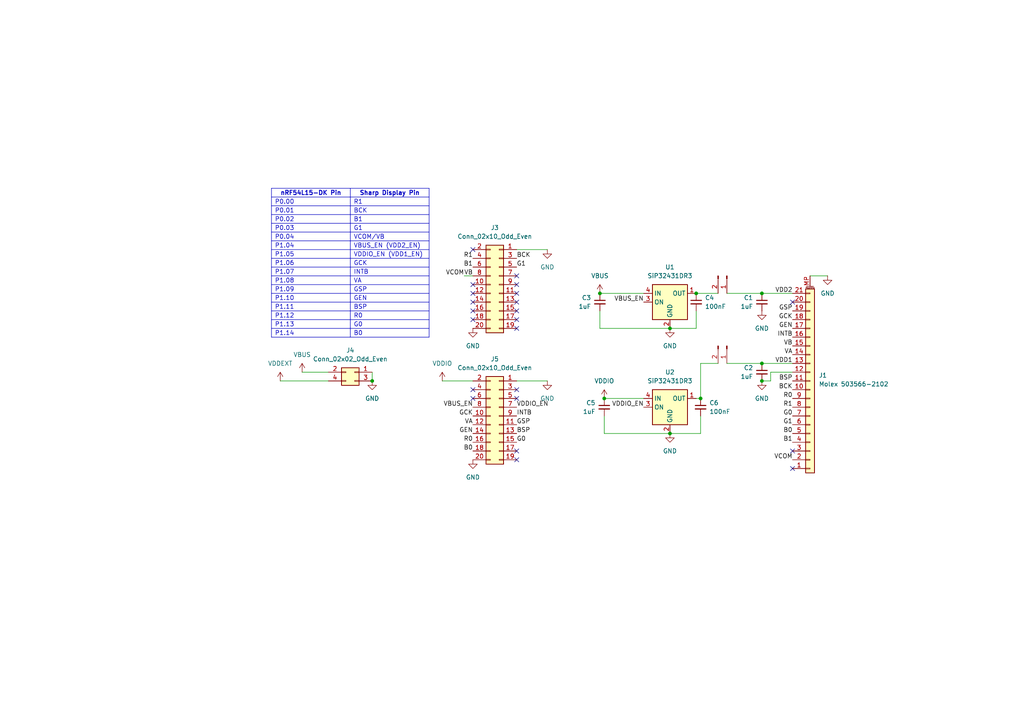
<source format=kicad_sch>
(kicad_sch (version 20250114) (generator "eeschema") (generator_version "9.0")
  (paper "A4")
  (title_block (title "Sharp Memory-in-Pixel RGB Breakout") (date "2025-02-17") (rev "0.1") (company "Helmut Lord :D"))
  (lib_symbols
    (symbol "Connector:Conn_01x02_Pin" (pin_names (offset 1.016) (hide yes))
      (property "Reference" "J" (at 0 2.54 0))
      (property "Value" "Conn_01x02_Pin" (at 0 -5.08 0))
      (symbol "Conn_01x02_Pin_1_1"
        (rectangle (start 0.8636 0.127) (end 0 -0.127) (stroke (width 0.1524)) (fill (type outline)))
        (rectangle (start 0.8636 -2.413) (end 0 -2.667) (stroke (width 0.1524)) (fill (type outline)))
        (polyline (pts (xy 1.27 0) (xy 0.8636 0)) (stroke (width 0.1524)))
        (polyline (pts (xy 1.27 -2.54) (xy 0.8636 -2.54)) (stroke (width 0.1524)))
        (pin passive line (at 5.08 0 180) (length 3.81) (name "Pin_1") (number "1"))
        (pin passive line (at 5.08 -2.54 180) (length 3.81) (name "Pin_2") (number "2"))
      )
    )
    (symbol "Connector_Generic:Conn_02x02_Odd_Even" (pin_names (offset 1.016) (hide yes))
      (property "Reference" "J" (at 1.27 2.54 0))
      (property "Value" "Conn_02x02_Odd_Even" (at 1.27 -5.08 0))
      (symbol "Conn_02x02_Odd_Even_1_1"
        (rectangle (start -1.27 1.27) (end 3.81 -3.81) (stroke (width 0.254)) (fill (type background)))
        (rectangle (start -1.27 0.127) (end 0 -0.127) (stroke (width 0.1524)))
        (rectangle (start -1.27 -2.413) (end 0 -2.667) (stroke (width 0.1524)))
        (rectangle (start 3.81 0.127) (end 2.54 -0.127) (stroke (width 0.1524)))
        (rectangle (start 3.81 -2.413) (end 2.54 -2.667) (stroke (width 0.1524)))
        (pin passive line (at -5.08 0 0) (length 3.81) (name "Pin_1") (number "1"))
        (pin passive line (at -5.08 -2.54 0) (length 3.81) (name "Pin_3") (number "3"))
        (pin passive line (at 7.62 0 180) (length 3.81) (name "Pin_2") (number "2"))
        (pin passive line (at 7.62 -2.54 180) (length 3.81) (name "Pin_4") (number "4"))
      )
    )
    (symbol "Connector_Generic:Conn_02x10_Odd_Even" (pin_names (offset 1.016) (hide yes))
      (property "Reference" "J" (at 1.27 12.7 0))
      (property "Value" "Conn_02x10_Odd_Even" (at 1.27 -15.24 0))
      (symbol "Conn_02x10_Odd_Even_1_1"
        (rectangle (start -1.27 11.43) (end 3.81 -13.97) (stroke (width 0.254)) (fill (type background)))
        (rectangle (start -1.27 10.287) (end 0 10.033) (stroke (width 0.1524)))
        (rectangle (start -1.27 7.747) (end 0 7.493) (stroke (width 0.1524)))
        (rectangle (start -1.27 5.207) (end 0 4.953) (stroke (width 0.1524)))
        (rectangle (start -1.27 2.667) (end 0 2.413) (stroke (width 0.1524)))
        (rectangle (start -1.27 0.127) (end 0 -0.127) (stroke (width 0.1524)))
        (rectangle (start -1.27 -2.413) (end 0 -2.667) (stroke (width 0.1524)))
        (rectangle (start -1.27 -4.953) (end 0 -5.207) (stroke (width 0.1524)))
        (rectangle (start -1.27 -7.493) (end 0 -7.747) (stroke (width 0.1524)))
        (rectangle (start -1.27 -10.033) (end 0 -10.287) (stroke (width 0.1524)))
        (rectangle (start -1.27 -12.573) (end 0 -12.827) (stroke (width 0.1524)))
        (rectangle (start 3.81 10.287) (end 2.54 10.033) (stroke (width 0.1524)))
        (rectangle (start 3.81 7.747) (end 2.54 7.493) (stroke (width 0.1524)))
        (rectangle (start 3.81 5.207) (end 2.54 4.953) (stroke (width 0.1524)))
        (rectangle (start 3.81 2.667) (end 2.54 2.413) (stroke (width 0.1524)))
        (rectangle (start 3.81 0.127) (end 2.54 -0.127) (stroke (width 0.1524)))
        (rectangle (start 3.81 -2.413) (end 2.54 -2.667) (stroke (width 0.1524)))
        (rectangle (start 3.81 -4.953) (end 2.54 -5.207) (stroke (width 0.1524)))
        (rectangle (start 3.81 -7.493) (end 2.54 -7.747) (stroke (width 0.1524)))
        (rectangle (start 3.81 -10.033) (end 2.54 -10.287) (stroke (width 0.1524)))
        (rectangle (start 3.81 -12.573) (end 2.54 -12.827) (stroke (width 0.1524)))
        (pin passive line (at -5.08 10.16 0) (length 3.81) (name "Pin_1") (number "1"))
        (pin passive line (at -5.08 7.62 0) (length 3.81) (name "Pin_3") (number "3"))
        (pin passive line (at -5.08 5.08 0) (length 3.81) (name "Pin_5") (number "5"))
        (pin passive line (at -5.08 2.54 0) (length 3.81) (name "Pin_7") (number "7"))
        (pin passive line (at -5.08 0 0) (length 3.81) (name "Pin_9") (number "9"))
        (pin passive line (at -5.08 -2.54 0) (length 3.81) (name "Pin_11") (number "11"))
        (pin passive line (at -5.08 -5.08 0) (length 3.81) (name "Pin_13") (number "13"))
        (pin passive line (at -5.08 -7.62 0) (length 3.81) (name "Pin_15") (number "15"))
        (pin passive line (at -5.08 -10.16 0) (length 3.81) (name "Pin_17") (number "17"))
        (pin passive line (at -5.08 -12.7 0) (length 3.81) (name "Pin_19") (number "19"))
        (pin passive line (at 7.62 10.16 180) (length 3.81) (name "Pin_2") (number "2"))
        (pin passive line (at 7.62 7.62 180) (length 3.81) (name "Pin_4") (number "4"))
        (pin passive line (at 7.62 5.08 180) (length 3.81) (name "Pin_6") (number "6"))
        (pin passive line (at 7.62 2.54 180) (length 3.81) (name "Pin_8") (number "8"))
        (pin passive line (at 7.62 0 180) (length 3.81) (name "Pin_10") (number "10"))
        (pin passive line (at 7.62 -2.54 180) (length 3.81) (name "Pin_12") (number "12"))
        (pin passive line (at 7.62 -5.08 180) (length 3.81) (name "Pin_14") (number "14"))
        (pin passive line (at 7.62 -7.62 180) (length 3.81) (name "Pin_16") (number "16"))
        (pin passive line (at 7.62 -10.16 180) (length 3.81) (name "Pin_18") (number "18"))
        (pin passive line (at 7.62 -12.7 180) (length 3.81) (name "Pin_20") (number "20"))
      )
    )
    (symbol "Connector_Generic_MountingPin:Conn_01x21_MountingPin" (pin_names (offset 1.016) (hide yes))
      (property "Reference" "J" (at 0 27.94 0))
      (property "Value" "Conn_01x21_MountingPin" (at 1.27 -27.94 0))
      (symbol "Conn_01x21_MountingPin_1_1"
        (rectangle (start -1.27 26.67) (end 1.27 -26.67) (stroke (width 0.254)) (fill (type background)))
        (rectangle (start -1.27 25.527) (end 0 25.273) (stroke (width 0.1524)))
        (rectangle (start -1.27 22.987) (end 0 22.733) (stroke (width 0.1524)))
        (rectangle (start -1.27 20.447) (end 0 20.193) (stroke (width 0.1524)))
        (rectangle (start -1.27 17.907) (end 0 17.653) (stroke (width 0.1524)))
        (rectangle (start -1.27 15.367) (end 0 15.113) (stroke (width 0.1524)))
        (rectangle (start -1.27 12.827) (end 0 12.573) (stroke (width 0.1524)))
        (rectangle (start -1.27 10.287) (end 0 10.033) (stroke (width 0.1524)))
        (rectangle (start -1.27 7.747) (end 0 7.493) (stroke (width 0.1524)))
        (rectangle (start -1.27 5.207) (end 0 4.953) (stroke (width 0.1524)))
        (rectangle (start -1.27 2.667) (end 0 2.413) (stroke (width 0.1524)))
        (rectangle (start -1.27 0.127) (end 0 -0.127) (stroke (width 0.1524)))
        (rectangle (start -1.27 -2.413) (end 0 -2.667) (stroke (width 0.1524)))
        (rectangle (start -1.27 -4.953) (end 0 -5.207) (stroke (width 0.1524)))
        (rectangle (start -1.27 -7.493) (end 0 -7.747) (stroke (width 0.1524)))
        (rectangle (start -1.27 -10.033) (end 0 -10.287) (stroke (width 0.1524)))
        (rectangle (start -1.27 -12.573) (end 0 -12.827) (stroke (width 0.1524)))
        (rectangle (start -1.27 -15.113) (end 0 -15.367) (stroke (width 0.1524)))
        (rectangle (start -1.27 -17.653) (end 0 -17.907) (stroke (width 0.1524)))
        (rectangle (start -1.27 -20.193) (end 0 -20.447) (stroke (width 0.1524)))
        (rectangle (start -1.27 -22.733) (end 0 -22.987) (stroke (width 0.1524)))
        (rectangle (start -1.27 -25.273) (end 0 -25.527) (stroke (width 0.1524)))
        (polyline (pts (xy -1.016 -27.432) (xy 1.016 -27.432)) (stroke (width 0.1524)))
        (text "Mounting" (at 0 -27.051 0) (effects (font (size 0.381 0.381))))
        (pin passive line (at -5.08 25.4 0) (length 3.81) (name "Pin_1") (number "1"))
        (pin passive line (at -5.08 22.86 0) (length 3.81) (name "Pin_2") (number "2"))
        (pin passive line (at -5.08 20.32 0) (length 3.81) (name "Pin_3") (number "3"))
        (pin passive line (at -5.08 17.78 0) (length 3.81) (name "Pin_4") (number "4"))
        (pin passive line (at -5.08 15.24 0) (length 3.81) (name "Pin_5") (number "5"))
        (pin passive line (at -5.08 12.7 0) (length 3.81) (name "Pin_6") (number "6"))
        (pin passive line (at -5.08 10.16 0) (length 3.81) (name "Pin_7") (number "7"))
        (pin passive line (at -5.08 7.62 0) (length 3.81) (name "Pin_8") (number "8"))
        (pin passive line (at -5.08 5.08 0) (length 3.81) (name "Pin_9") (number "9"))
        (pin passive line (at -5.08 2.54 0) (length 3.81) (name "Pin_10") (number "10"))
        (pin passive line (at -5.08 0 0) (length 3.81) (name "Pin_11") (number "11"))
        (pin passive line (at -5.08 -2.54 0) (length 3.81) (name "Pin_12") (number "12"))
        (pin passive line (at -5.08 -5.08 0) (length 3.81) (name "Pin_13") (number "13"))
        (pin passive line (at -5.08 -7.62 0) (length 3.81) (name "Pin_14") (number "14"))
        (pin passive line (at -5.08 -10.16 0) (length 3.81) (name "Pin_15") (number "15"))
        (pin passive line (at -5.08 -12.7 0) (length 3.81) (name "Pin_16") (number "16"))
        (pin passive line (at -5.08 -15.24 0) (length 3.81) (name "Pin_17") (number "17"))
        (pin passive line (at -5.08 -17.78 0) (length 3.81) (name "Pin_18") (number "18"))
        (pin passive line (at -5.08 -20.32 0) (length 3.81) (name "Pin_19") (number "19"))
        (pin passive line (at -5.08 -22.86 0) (length 3.81) (name "Pin_20") (number "20"))
        (pin passive line (at -5.08 -25.4 0) (length 3.81) (name "Pin_21") (number "21"))
        (pin passive line (at 0 -30.48 90) (length 3.048) (name "MountPin") (number "MP"))
      )
    )
    (symbol "Device:C_Small" (pin_numbers (hide yes)) (pin_names (offset 0.254) (hide yes))
      (property "Reference" "C" (at 0.254 1.778 0))
      (property "Value" "C_Small" (at 0.254 -2.032 0))
      (symbol "C_Small_0_1"
        (polyline (pts (xy -1.524 0.508) (xy 1.524 0.508)) (stroke (width 0.3048)))
        (polyline (pts (xy -1.524 -0.508) (xy 1.524 -0.508)) (stroke (width 0.3302)))
      )
      (symbol "C_Small_1_1"
        (pin passive line (at 0 2.54 270) (length 2.032) (name "~") (number "1"))
        (pin passive line (at 0 -2.54 90) (length 2.032) (name "~") (number "2"))
      )
    )
    (symbol "Power_Management:SiP32431DR3"
      (property "Reference" "U" (at 0 8.89 0))
      (property "Value" "SiP32431DR3" (at 0 6.35 0))
      (symbol "SiP32431DR3_0_1"
        (rectangle (start -5.08 5.08) (end 5.08 -5.08) (stroke (width 0.254)) (fill (type background)))
      )
      (symbol "SiP32431DR3_1_1"
        (pin passive line (at -7.62 2.54 0) (length 2.54) (name "IN") (number "4"))
        (pin input line (at -7.62 0 0) (length 2.54) (name "ON") (number "3"))
        (pin power_in line (at 0 -7.62 90) (length 2.54) (name "GND") (number "2"))
        (pin passive line (at 0 -7.62 90) (length 2.54) (hide yes) (name "GND") (number "5"))
        (pin no_connect line (at 5.08 0 180) (length 2.54) (hide yes) (name "NC") (number "6"))
        (pin passive line (at 7.62 2.54 180) (length 2.54) (name "OUT") (number "1"))
      )
    )
    (symbol "power:GND" (power) (pin_numbers (hide yes)) (pin_names (offset 0) (hide yes))
      (property "Value" "GND" (at 0 -3.81 0))
      (symbol "GND_0_1"
        (polyline (pts (xy 0 0) (xy 0 -1.27) (xy 1.27 -1.27) (xy 0 -2.54) (xy -1.27 -1.27) (xy 0 -1.27)))
      )
      (symbol "GND_1_1"
        (pin power_in line (at 0 0 270) (length 0) (name "~") (number "1"))
      )
    )
    (symbol "power:VBUS" (power) (pin_numbers (hide yes)) (pin_names (offset 0) (hide yes))
      (property "Value" "VBUS" (at 0 3.556 0))
      (symbol "VBUS_0_1"
        (polyline (pts (xy -0.762 1.27) (xy 0 2.54)))
        (polyline (pts (xy 0 2.54) (xy 0.762 1.27)))
        (polyline (pts (xy 0 0) (xy 0 2.54)))
      )
      (symbol "VBUS_1_1"
        (pin power_in line (at 0 0 90) (length 0) (name "~") (number "1"))
      )
    )
    (symbol "power:VDD" (power) (pin_numbers (hide yes)) (pin_names (offset 0) (hide yes))
      (property "Value" "VDD" (at 0 3.556 0))
      (symbol "VDD_0_1"
        (polyline (pts (xy -0.762 1.27) (xy 0 2.54)))
        (polyline (pts (xy 0 2.54) (xy 0.762 1.27)))
        (polyline (pts (xy 0 0) (xy 0 2.54)))
      )
      (symbol "VDD_1_1"
        (pin power_in line (at 0 0 90) (length 0) (name "~") (number "1"))
      )
    )
  )
  (junction (at 194.31 95.25))
  (junction (at 201.93 85.09))
  (junction (at 220.98 85.09))
  (junction (at 107.95 110.49))
  (junction (at 194.31 125.73))
  (junction (at 173.99 85.09))
  (junction (at 220.98 110.49))
  (junction (at 175.26 115.57))
  (junction (at 220.98 105.41))
  (junction (at 203.2 115.57))
  (no_connect (at 149.86 115.57))
  (no_connect (at 149.86 113.03))
  (no_connect (at 149.86 82.55))
  (no_connect (at 137.16 92.71))
  (no_connect (at 149.86 130.81))
  (no_connect (at 149.86 85.09))
  (no_connect (at 149.86 92.71))
  (no_connect (at 137.16 85.09))
  (no_connect (at 137.16 87.63))
  (no_connect (at 137.16 115.57))
  (no_connect (at 137.16 82.55))
  (no_connect (at 149.86 90.17))
  (no_connect (at 137.16 90.17))
  (no_connect (at 149.86 87.63))
  (no_connect (at 149.86 95.25))
  (no_connect (at 137.16 72.39))
  (no_connect (at 229.87 135.89))
  (no_connect (at 149.86 133.35))
  (no_connect (at 229.87 87.63))
  (no_connect (at 137.16 113.03))
  (no_connect (at 149.86 80.01))
  (no_connect (at 229.87 130.81))
  (wire (pts (xy 220.98 85.09) (xy 229.87 85.09)))
  (wire (pts (xy 173.99 90.17) (xy 173.99 95.25)))
  (wire (pts (xy 210.82 105.41) (xy 220.98 105.41)))
  (wire (pts (xy 175.26 125.73) (xy 194.31 125.73)))
  (wire (pts (xy 234.95 80.01) (xy 240.03 80.01)))
  (wire (pts (xy 223.52 107.95) (xy 229.87 107.95)))
  (wire (pts (xy 203.2 115.57) (xy 203.2 105.41)))
  (wire (pts (xy 201.93 115.57) (xy 203.2 115.57)))
  (wire (pts (xy 173.99 85.09) (xy 186.69 85.09)))
  (wire (pts (xy 175.26 120.65) (xy 175.26 125.73)))
  (wire (pts (xy 203.2 105.41) (xy 208.28 105.41)))
  (wire (pts (xy 220.98 105.41) (xy 229.87 105.41)))
  (wire (pts (xy 223.52 110.49) (xy 223.52 107.95)))
  (wire (pts (xy 87.63 107.95) (xy 95.25 107.95)))
  (wire (pts (xy 175.26 115.57) (xy 186.69 115.57)))
  (wire (pts (xy 203.2 125.73) (xy 203.2 120.65)))
  (wire (pts (xy 201.93 85.09) (xy 208.28 85.09)))
  (wire (pts (xy 210.82 85.09) (xy 220.98 85.09)))
  (wire (pts (xy 149.86 72.39) (xy 158.75 72.39)))
  (wire (pts (xy 194.31 95.25) (xy 201.93 95.25)))
  (wire (pts (xy 128.27 110.49) (xy 137.16 110.49)))
  (wire (pts (xy 107.95 107.95) (xy 107.95 110.49)))
  (wire (pts (xy 149.86 110.49) (xy 158.75 110.49)))
  (wire (pts (xy 201.93 95.25) (xy 201.93 90.17)))
  (wire (pts (xy 220.98 110.49) (xy 223.52 110.49)))
  (wire (pts (xy 134.62 80.01) (xy 137.16 80.01)))
  (wire (pts (xy 194.31 125.73) (xy 203.2 125.73)))
  (wire (pts (xy 81.28 110.49) (xy 95.25 110.49)))
  (wire (pts (xy 173.99 95.25) (xy 194.31 95.25)))
  (table (column_count 2) (border (external yes) (header yes)) (separators (rows yes) (cols yes)) (column_widths 22.86 22.86) (row_heights 2.54 2.54 2.54 2.54 2.54 2.54 2.54 2.54 2.54 2.54 2.54 2.54 2.54 2.54 2.54 2.54 2.54) (cells (table_cell "nRF54L15-DK Pin" (at 78.74 54.61 0) (size 22.86 2.54) (margins 0.9525 0.9525 0.9525 0.9525) (span 1 1)) (table_cell "Sharp Display Pin" (at 101.6 54.61 0) (size 22.86 2.54) (margins 0.9525 0.9525 0.9525 0.9525) (span 1 1)) (table_cell "P0.00" (at 78.74 57.15 0) (size 22.86 2.54) (margins 0.9525 0.9525 0.9525 0.9525) (span 1 1)) (table_cell "R1" (at 101.6 57.15 0) (size 22.86 2.54) (margins 0.9525 0.9525 0.9525 0.9525) (span 1 1)) (table_cell "P0.01" (at 78.74 59.69 0) (size 22.86 2.54) (margins 0.9525 0.9525 0.9525 0.9525) (span 1 1)) (table_cell "BCK" (at 101.6 59.69 0) (size 22.86 2.54) (margins 0.9525 0.9525 0.9525 0.9525) (span 1 1)) (table_cell "P0.02" (at 78.74 62.23 0) (size 22.86 2.54) (margins 0.9525 0.9525 0.9525 0.9525) (span 1 1)) (table_cell "B1" (at 101.6 62.23 0) (size 22.86 2.54) (margins 0.9525 0.9525 0.9525 0.9525) (span 1 1)) (table_cell "P0.03" (at 78.74 64.77 0) (size 22.86 2.54) (margins 0.9525 0.9525 0.9525 0.9525) (span 1 1)) (table_cell "G1" (at 101.6 64.77 0) (size 22.86 2.54) (margins 0.9525 0.9525 0.9525 0.9525) (span 1 1)) (table_cell "P0.04" (at 78.74 67.31 0) (size 22.86 2.54) (margins 0.9525 0.9525 0.9525 0.9525) (span 1 1)) (table_cell "VCOM/VB" (at 101.6 67.31 0) (size 22.86 2.54) (margins 0.9525 0.9525 0.9525 0.9525) (span 1 1)) (table_cell "P1.04" (at 78.74 69.85 0) (size 22.86 2.54) (margins 0.9525 0.9525 0.9525 0.9525) (span 1 1)) (table_cell "VBUS_EN (VDD2_EN)" (at 101.6 69.85 0) (size 22.86 2.54) (margins 0.9525 0.9525 0.9525 0.9525) (span 1 1)) (table_cell "P1.05" (at 78.74 72.39 0) (size 22.86 2.54) (margins 0.9525 0.9525 0.9525 0.9525) (span 1 1)) (table_cell "VDDIO_EN (VDD1_EN)" (at 101.6 72.39 0) (size 22.86 2.54) (margins 0.9525 0.9525 0.9525 0.9525) (span 1 1)) (table_cell "P1.06" (at 78.74 74.93 0) (size 22.86 2.54) (margins 0.9525 0.9525 0.9525 0.9525) (span 1 1)) (table_cell "GCK" (at 101.6 74.93 0) (size 22.86 2.54) (margins 0.9525 0.9525 0.9525 0.9525) (span 1 1)) (table_cell "P1.07" (at 78.74 77.47 0) (size 22.86 2.54) (margins 0.9525 0.9525 0.9525 0.9525) (span 1 1)) (table_cell "INTB" (at 101.6 77.47 0) (size 22.86 2.54) (margins 0.9525 0.9525 0.9525 0.9525) (span 1 1)) (table_cell "P1.08" (at 78.74 80.01 0) (size 22.86 2.54) (margins 0.9525 0.9525 0.9525 0.9525) (span 1 1)) (table_cell "VA" (at 101.6 80.01 0) (size 22.86 2.54) (margins 0.9525 0.9525 0.9525 0.9525) (span 1 1)) (table_cell "P1.09" (at 78.74 82.55 0) (size 22.86 2.54) (margins 0.9525 0.9525 0.9525 0.9525) (span 1 1)) (table_cell "GSP" (at 101.6 82.55 0) (size 22.86 2.54) (margins 0.9525 0.9525 0.9525 0.9525) (span 1 1)) (table_cell "P1.10" (at 78.74 85.09 0) (size 22.86 2.54) (margins 0.9525 0.9525 0.9525 0.9525) (span 1 1)) (table_cell "GEN" (at 101.6 85.09 0) (size 22.86 2.54) (margins 0.9525 0.9525 0.9525 0.9525) (span 1 1)) (table_cell "P1.11" (at 78.74 87.63 0) (size 22.86 2.54) (margins 0.9525 0.9525 0.9525 0.9525) (span 1 1)) (table_cell "BSP" (at 101.6 87.63 0) (size 22.86 2.54) (margins 0.9525 0.9525 0.9525 0.9525) (span 1 1)) (table_cell "P1.12" (at 78.74 90.17 0) (size 22.86 2.54) (margins 0.9525 0.9525 0.9525 0.9525) (span 1 1)) (table_cell "R0" (at 101.6 90.17 0) (size 22.86 2.54) (margins 0.9525 0.9525 0.9525 0.9525) (span 1 1)) (table_cell "P1.13" (at 78.74 92.71 0) (size 22.86 2.54) (margins 0.9525 0.9525 0.9525 0.9525) (span 1 1)) (table_cell "G0" (at 101.6 92.71 0) (size 22.86 2.54) (margins 0.9525 0.9525 0.9525 0.9525) (span 1 1)) (table_cell "P1.14" (at 78.74 95.25 0) (size 22.86 2.54) (margins 0.9525 0.9525 0.9525 0.9525) (span 1 1)) (table_cell "B0" (at 101.6 95.25 0) (size 22.86 2.54) (margins 0.9525 0.9525 0.9525 0.9525) (span 1 1))))
  (label "B0" (at 229.87 125.73 180))
  (label "GSP" (at 149.86 123.19 0))
  (label "GEN" (at 137.16 125.73 180))
  (label "VDD1" (at 229.87 105.41 180))
  (label "GCK" (at 137.16 120.65 180))
  (label "BCK" (at 149.86 74.93 0))
  (label "INTB" (at 229.87 97.79 180))
  (label "BSP" (at 149.86 125.73 0))
  (label "VBUS_EN" (at 137.16 118.11 180))
  (label "GEN" (at 229.87 95.25 180))
  (label "VB" (at 229.87 100.33 180))
  (label "B0" (at 137.16 130.81 180))
  (label "VDDIO_EN" (at 186.69 118.11 180))
  (label "B1" (at 137.16 77.47 180))
  (label "R1" (at 137.16 74.93 180))
  (label "VCOM" (at 229.87 133.35 180))
  (label "BSP" (at 229.87 110.49 180))
  (label "G1" (at 229.87 123.19 180))
  (label "R1" (at 229.87 118.11 180))
  (label "G0" (at 149.86 128.27 0))
  (label "VCOM" (at 134.62 80.01 180))
  (label "BCK" (at 229.87 113.03 180))
  (label "INTB" (at 149.86 120.65 0))
  (label "VBUS_EN" (at 186.69 87.63 180))
  (label "VA" (at 229.87 102.87 180))
  (label "G0" (at 229.87 120.65 180))
  (label "VA" (at 137.16 123.19 180))
  (label "R0" (at 229.87 115.57 180))
  (label "B1" (at 229.87 128.27 180))
  (label "R0" (at 137.16 128.27 180))
  (label "G1" (at 149.86 77.47 0))
  (label "VDDIO_EN" (at 149.86 118.11 0))
  (label "VDD2" (at 229.87 85.09 180))
  (label "GSP" (at 229.87 90.17 180))
  (label "GCK" (at 229.87 92.71 180))
  (label "VB" (at 137.16 80.01 180))
  (symbol (lib_id "power:GND") (at 220.98 90.17 0) (unit 1)
    (property "Reference" "#PWR02" (effects (hide yes)))
    (property "Value" "GND" (at 220.98 95.25 0))
    (property "Description" "Power symbol creates a global label with name \"GND\" , ground" (effects (hide yes)))
  )
  (symbol (lib_id "power:VDD") (at 128.27 110.49 0) (unit 1)
    (property "Reference" "#PWR014" (effects (hide yes)))
    (property "Value" "VDDIO" (at 128.27 105.41 0))
    (property "Description" "Power symbol creates a global label with name \"VDD\"" (effects (hide yes)))
  )
  (symbol (lib_id "Connector_Generic:Conn_02x10_Odd_Even") (at 144.78 120.65 0) (mirror y) (unit 1)
    (property "Reference" "J5" (at 143.51 104.14 0))
    (property "Value" "Conn_02x10_Odd_Even" (at 143.51 106.68 0))
    (property "Footprint" "Connector_PinHeader_2.54mm:PinHeader_2x10_P2.54mm_Vertical" (effects (hide yes)))
    (property "Description" "Generic connector, double row, 02x10, odd/even pin numbering scheme (row 1 odd numbers, row 2 even numbers), script generated (kicad-library-utils/schlib/autogen/connector/)" (effects (hide yes)))
  )
  (symbol (lib_id "power:GND") (at 194.31 125.73 0) (unit 1)
    (property "Reference" "#PWR05" (effects (hide yes)))
    (property "Value" "GND" (at 194.31 130.81 0))
    (property "Description" "Power symbol creates a global label with name \"GND\" , ground" (effects (hide yes)))
  )
  (symbol (lib_id "power:GND") (at 194.31 95.25 0) (unit 1)
    (property "Reference" "#PWR04" (effects (hide yes)))
    (property "Value" "GND" (at 194.31 100.33 0))
    (property "Description" "Power symbol creates a global label with name \"GND\" , ground" (effects (hide yes)))
  )
  (symbol (lib_id "power:GND") (at 158.75 72.39 0) (unit 1)
    (property "Reference" "#PWR010" (effects (hide yes)))
    (property "Value" "GND" (at 158.75 77.47 0))
    (property "Description" "Power symbol creates a global label with name \"GND\" , ground" (effects (hide yes)))
  )
  (symbol (lib_id "power:VBUS") (at 173.99 85.09 0) (unit 1)
    (property "Reference" "#PWR018" (effects (hide yes)))
    (property "Value" "VBUS" (at 173.99 80.01 0))
    (property "Description" "Power symbol creates a global label with name \"VBUS\"" (effects (hide yes)))
  )
  (symbol (lib_id "Power_Management:SiP32431DR3") (at 194.31 118.11 0) (unit 1)
    (property "Reference" "U2" (at 194.31 107.95 0))
    (property "Value" "SiP32431DR3" (at 194.31 110.49 0))
    (property "Footprint" "Package_TO_SOT_SMD:SOT-363_SC-70-6" (effects (hide yes)))
    (property "Datasheet" "http://www.vishay.com.hk/docs/66597/sip32431.pdf" (effects (hide yes)))
    (property "Description" "10 pA, Ultra Low Leakage and Quiescent Current, Load Switch with Reverse Blocking, High Enable, SC-70-6" (effects (hide yes)))
  )
  (symbol (lib_id "Power_Management:SiP32431DR3") (at 194.31 87.63 0) (unit 1)
    (property "Reference" "U1" (at 194.31 77.47 0))
    (property "Value" "SiP32431DR3" (at 194.31 80.01 0))
    (property "Footprint" "Package_TO_SOT_SMD:SOT-363_SC-70-6" (effects (hide yes)))
    (property "Datasheet" "http://www.vishay.com.hk/docs/66597/sip32431.pdf" (effects (hide yes)))
    (property "Description" "10 pA, Ultra Low Leakage and Quiescent Current, Load Switch with Reverse Blocking, High Enable, SC-70-6" (effects (hide yes)))
  )
  (symbol (lib_id "Device:C_Small") (at 220.98 107.95 0) (unit 1)
    (property "Reference" "C2" (at 218.44 106.6862 0) (effects (justify right)))
    (property "Value" "1uF" (at 218.44 109.2262 0) (effects (justify right)))
    (property "Footprint" "Capacitor_SMD:C_0805_2012Metric" (effects (hide yes)))
    (property "Description" "Unpolarized capacitor, small symbol" (effects (hide yes)))
  )
  (symbol (lib_id "Connector_Generic:Conn_02x10_Odd_Even") (at 144.78 82.55 0) (mirror y) (unit 1)
    (property "Reference" "J3" (at 143.51 66.04 0))
    (property "Value" "Conn_02x10_Odd_Even" (at 143.51 68.58 0))
    (property "Footprint" "Connector_PinHeader_2.54mm:PinHeader_2x10_P2.54mm_Vertical" (effects (hide yes)))
    (property "Description" "Generic connector, double row, 02x10, odd/even pin numbering scheme (row 1 odd numbers, row 2 even numbers), script generated (kicad-library-utils/schlib/autogen/connector/)" (effects (hide yes)))
  )
  (symbol (lib_id "Device:C_Small") (at 201.93 87.63 0) (mirror y) (unit 1)
    (property "Reference" "C4" (at 204.47 86.3662 0) (effects (justify right)))
    (property "Value" "100nF" (at 204.47 88.9062 0) (effects (justify right)))
    (property "Footprint" "Capacitor_SMD:C_0805_2012Metric" (effects (hide yes)))
    (property "Description" "Unpolarized capacitor, small symbol" (effects (hide yes)))
  )
  (symbol (lib_id "power:GND") (at 107.95 110.49 0) (unit 1)
    (property "Reference" "#PWR013" (effects (hide yes)))
    (property "Value" "GND" (at 107.95 115.57 0))
    (property "Description" "Power symbol creates a global label with name \"GND\" , ground" (effects (hide yes)))
  )
  (symbol (lib_id "power:GND") (at 158.75 110.49 0) (unit 1)
    (property "Reference" "#PWR017" (effects (hide yes)))
    (property "Value" "GND" (at 158.75 115.57 0))
    (property "Description" "Power symbol creates a global label with name \"GND\" , ground" (effects (hide yes)))
  )
  (symbol (lib_id "power:VBUS") (at 87.63 107.95 0) (unit 1)
    (property "Reference" "#PWR012" (effects (hide yes)))
    (property "Value" "VBUS" (at 87.63 102.87 0))
    (property "Description" "Power symbol creates a global label with name \"VBUS\"" (effects (hide yes)))
  )
  (symbol (lib_id "power:VDD") (at 81.28 110.49 0) (unit 1)
    (property "Reference" "#PWR011" (effects (hide yes)))
    (property "Value" "VDDEXT" (at 81.28 105.41 0))
    (property "Description" "Power symbol creates a global label with name \"VDD\"" (effects (hide yes)))
  )
  (symbol (lib_id "power:GND") (at 137.16 133.35 0) (unit 1)
    (property "Reference" "#PWR015" (effects (hide yes)))
    (property "Value" "GND" (at 137.16 138.43 0))
    (property "Description" "Power symbol creates a global label with name \"GND\" , ground" (effects (hide yes)))
  )
  (symbol (lib_id "Device:C_Small") (at 175.26 118.11 0) (unit 1)
    (property "Reference" "C5" (at 172.72 116.8462 0) (effects (justify right)))
    (property "Value" "1uF" (at 172.72 119.3862 0) (effects (justify right)))
    (property "Footprint" "Capacitor_SMD:C_0805_2012Metric" (effects (hide yes)))
    (property "Description" "Unpolarized capacitor, small symbol" (effects (hide yes)))
  )
  (symbol (lib_id "power:GND") (at 240.03 80.01 0) (unit 1)
    (property "Reference" "#PWR03" (effects (hide yes)))
    (property "Value" "GND" (at 240.03 85.09 0))
    (property "Description" "Power symbol creates a global label with name \"GND\" , ground" (effects (hide yes)))
  )
  (symbol (lib_id "Connector_Generic:Conn_02x02_Odd_Even") (at 102.87 107.95 0) (mirror y) (unit 1)
    (property "Reference" "J4" (at 101.6 101.6 0))
    (property "Value" "Conn_02x02_Odd_Even" (at 101.6 104.14 0))
    (property "Footprint" "Connector_PinHeader_2.54mm:PinHeader_2x02_P2.54mm_Vertical" (effects (hide yes)))
    (property "Description" "Generic connector, double row, 02x02, odd/even pin numbering scheme (row 1 odd numbers, row 2 even numbers), script generated (kicad-library-utils/schlib/autogen/connector/)" (effects (hide yes)))
  )
  (symbol (lib_id "Connector_Generic_MountingPin:Conn_01x21_MountingPin") (at 234.95 110.49 0) (mirror x) (unit 1)
    (property "Reference" "J1" (at 237.49 108.8643 0) (effects (justify left)))
    (property "Value" "Molex 503566-2102" (at 237.49 111.4043 0) (effects (justify left)))
    (property "Footprint" "SharpBreakout-Connector_FFC-FPC:5035662102" (effects (hide yes)))
    (property "Description" "Generic connectable mounting pin connector, single row, 01x21, script generated (kicad-library-utils/schlib/autogen/connector/)" (effects (hide yes)))
  )
  (symbol (lib_id "Device:C_Small") (at 203.2 118.11 0) (mirror y) (unit 1)
    (property "Reference" "C6" (at 205.74 116.8462 0) (effects (justify right)))
    (property "Value" "100nF" (at 205.74 119.3862 0) (effects (justify right)))
    (property "Footprint" "Capacitor_SMD:C_0805_2012Metric" (effects (hide yes)))
    (property "Description" "Unpolarized capacitor, small symbol" (effects (hide yes)))
  )
  (symbol (lib_id "power:VDD") (at 175.26 115.57 0) (mirror y) (unit 1)
    (property "Reference" "#PWR019" (effects (hide yes)))
    (property "Value" "VDDIO" (at 175.26 110.49 0))
    (property "Description" "Power symbol creates a global label with name \"VDD\"" (effects (hide yes)))
  )
  (symbol (lib_id "Device:C_Small") (at 220.98 87.63 0) (unit 1)
    (property "Reference" "C1" (at 218.44 86.3662 0) (effects (justify right)))
    (property "Value" "1uF" (at 218.44 88.9062 0) (effects (justify right)))
    (property "Footprint" "Capacitor_SMD:C_0805_2012Metric" (effects (hide yes)))
    (property "Description" "Unpolarized capacitor, small symbol" (effects (hide yes)))
  )
  (symbol (lib_id "power:GND") (at 220.98 110.49 0) (unit 1)
    (property "Reference" "#PWR01" (effects (hide yes)))
    (property "Value" "GND" (at 220.98 115.57 0))
    (property "Description" "Power symbol creates a global label with name \"GND\" , ground" (effects (hide yes)))
  )
  (symbol (lib_id "Connector:Conn_01x02_Pin") (at 210.82 80.01 270) (unit 1)
    (property "Reference" "J2" (effects (hide yes)))
    (property "Value" "Conn_01x02_Pin" (effects (hide yes)))
    (property "Footprint" "Connector_PinHeader_2.54mm:PinHeader_1x02_P2.54mm_Vertical" (effects (hide yes)))
    (property "Description" "Generic connector, single row, 01x02, script generated" (effects (hide yes)))
  )
  (symbol (lib_id "power:GND") (at 137.16 95.25 0) (unit 1)
    (property "Reference" "#PWR08" (effects (hide yes)))
    (property "Value" "GND" (at 137.16 100.33 0))
    (property "Description" "Power symbol creates a global label with name \"GND\" , ground" (effects (hide yes)))
  )
  (symbol (lib_id "Device:C_Small") (at 173.99 87.63 0) (unit 1)
    (property "Reference" "C3" (at 171.45 86.3662 0) (effects (justify right)))
    (property "Value" "1uF" (at 171.45 88.9062 0) (effects (justify right)))
    (property "Footprint" "Capacitor_SMD:C_0805_2012Metric" (effects (hide yes)))
    (property "Description" "Unpolarized capacitor, small symbol" (effects (hide yes)))
  )
  (symbol (lib_id "Connector:Conn_01x02_Pin") (at 210.82 100.33 270) (unit 1)
    (property "Reference" "J6" (effects (hide yes)))
    (property "Value" "Conn_01x02_Pin" (effects (hide yes)))
    (property "Footprint" "Connector_PinHeader_2.54mm:PinHeader_1x02_P2.54mm_Vertical" (effects (hide yes)))
    (property "Description" "Generic connector, single row, 01x02, script generated" (effects (hide yes)))
  )
)
</source>
